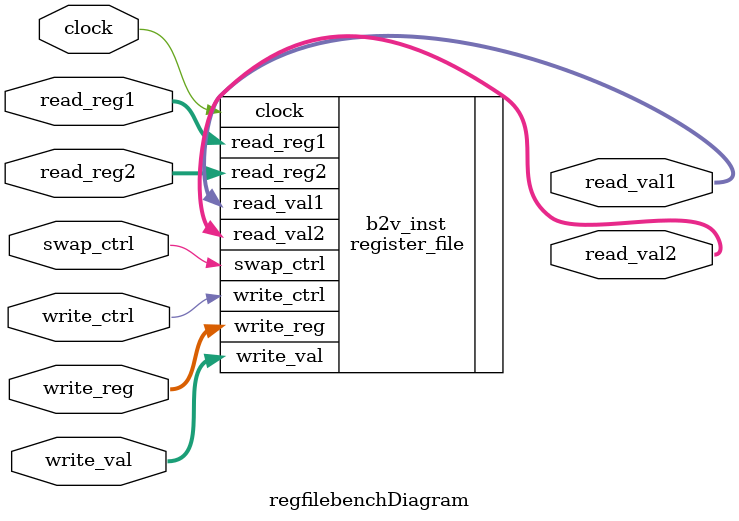
<source format=v>


module regfilebenchDiagram(
	clock,
	write_ctrl,
	swap_ctrl,
	read_reg1,
	read_reg2,
	write_reg,
	write_val,
	read_val1,
	read_val2
);


input wire	clock;
input wire	write_ctrl;
input wire	swap_ctrl;
input wire	[1:0] read_reg1;
input wire	[2:0] read_reg2;
input wire	[2:0] write_reg;
input wire	[7:0] write_val;
output wire	[7:0] read_val1;
output wire	[7:0] read_val2;






register_file	b2v_inst(
	.clock(clock),
	.write_ctrl(write_ctrl),
	.swap_ctrl(swap_ctrl),
	.read_reg1(read_reg1),
	.read_reg2(read_reg2),
	.write_reg(write_reg),
	.write_val(write_val),
	.read_val1(read_val1),
	.read_val2(read_val2));


endmodule

</source>
